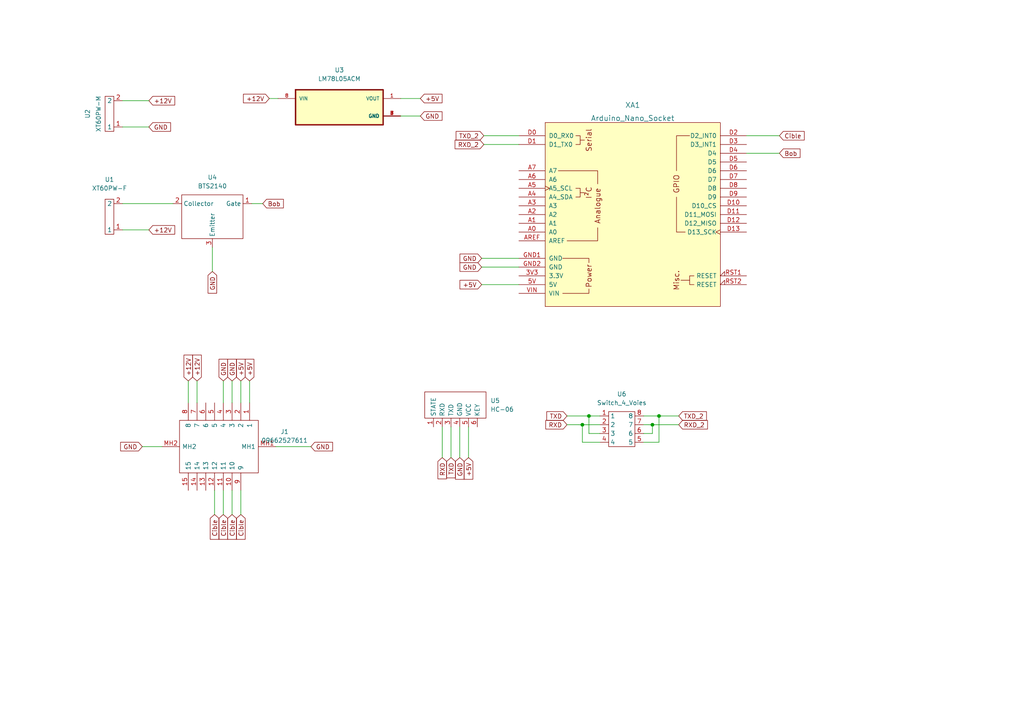
<source format=kicad_sch>
(kicad_sch (version 20211123) (generator eeschema)
  (paper "A4")
  (lib_symbols
    (symbol "simple_ae:09662527611" (pin_names (offset 0.762))
      (property "Reference" "J" (at 29.21 12.7 0))
      (property "Value" "09662527611" (at 29.21 10.16 0))
      (symbol "09662527611_0_0"
        (pin passive line (at 25.4 12.7 270) (length 5.08) (name "1") (number "1"))
        (pin passive line (at 20.32 -12.7 90) (length 5.08) (name "10") (number "10"))
        (pin passive line (at 17.78 -12.7 90) (length 5.08) (name "11") (number "11"))
        (pin passive line (at 15.24 -12.7 90) (length 5.08) (name "12") (number "12"))
        (pin passive line (at 12.7 -12.7 90) (length 5.08) (name "13") (number "13"))
        (pin passive line (at 10.16 -12.7 90) (length 5.08) (name "14") (number "14"))
        (pin passive line (at 7.62 -12.7 90) (length 5.08) (name "15") (number "15"))
        (pin passive line (at 22.86 12.7 270) (length 5.08) (name "2") (number "2"))
        (pin passive line (at 20.32 12.7 270) (length 5.08) (name "3") (number "3"))
        (pin passive line (at 17.78 12.7 270) (length 5.08) (name "4") (number "4"))
        (pin passive line (at 15.24 12.7 270) (length 5.08) (name "5") (number "5"))
        (pin passive line (at 12.7 12.7 270) (length 5.08) (name "6") (number "6"))
        (pin passive line (at 10.16 12.7 270) (length 5.08) (name "7") (number "7"))
        (pin passive line (at 7.62 12.7 270) (length 5.08) (name "8") (number "8"))
        (pin passive line (at 22.86 -12.7 90) (length 5.08) (name "9") (number "9"))
        (pin passive line (at 33.02 0 180) (length 5.08) (name "MH1") (number "MH1"))
        (pin passive line (at 0 0 0) (length 5.08) (name "MH2") (number "MH2"))
      )
      (symbol "09662527611_0_1"
        (polyline (pts (xy 5.08 7.62) (xy 27.94 7.62) (xy 27.94 -7.62) (xy 5.08 -7.62) (xy 5.08 7.62)) (stroke (width 0.1524)))
      )
    )
    (symbol "simple_ae:Arduino_Nano_Socket" (pin_names (offset 1.016))
      (property "Reference" "XA" (at 2.54 0 90))
      (property "Value" "Arduino_Nano_Socket" (at -2.54 0 90))
      (symbol "Arduino_Nano_Socket_0_0"
        (rectangle (start -25.4 26.67) (end 25.4 -26.67) (fill (type background)))
        (polyline (pts (xy -15.24 6.35) (xy -13.97 6.35)))
        (polyline (pts (xy -15.24 21.59) (xy -13.97 21.59)))
        (polyline (pts (xy 16.51 -19.05) (xy 13.97 -19.05)))
        (polyline (pts (xy -20.32 -22.86) (xy -12.7 -22.86) (xy -12.7 -21.59)))
        (polyline (pts (xy -12.7 -13.97) (xy -12.7 -12.7) (xy -20.32 -12.7)))
        (polyline (pts (xy -16.51 7.62) (xy -15.24 7.62) (xy -15.24 5.08) (xy -16.51 5.08)))
        (polyline (pts (xy -16.51 22.86) (xy -15.24 22.86) (xy -15.24 20.32) (xy -16.51 20.32)))
        (text "Analogue" (at -10.16 2.54 900) (effects (font (size 1.524 1.524))))
        (text "I²C" (at -12.7 6.35 900) (effects (font (size 1.524 1.524))))
        (text "Misc." (at 12.7 -19.05 900) (effects (font (size 1.524 1.524))))
        (text "Power" (at -12.7 -17.78 900) (effects (font (size 1.524 1.524))))
        (text "Serial" (at -12.7 21.59 900) (effects (font (size 1.524 1.524))))
      )
      (symbol "Arduino_Nano_Socket_0_1"
        (polyline (pts (xy -21.59 12.7) (xy -10.16 12.7) (xy -10.16 8.89)))
        (polyline (pts (xy -19.05 -7.62) (xy -10.16 -7.62) (xy -10.16 -3.81)))
        (polyline (pts (xy 15.24 -5.08) (xy 12.7 -5.08) (xy 12.7 5.08)))
        (polyline (pts (xy 16.51 22.86) (xy 12.7 22.86) (xy 12.7 12.7)))
        (polyline (pts (xy 17.78 -17.78) (xy 16.51 -17.78) (xy 16.51 -20.32) (xy 17.78 -20.32)))
      )
      (symbol "Arduino_Nano_Socket_1_0"
        (text "GPIO" (at 12.7 8.89 900) (effects (font (size 1.524 1.524))))
      )
      (symbol "Arduino_Nano_Socket_1_1"
        (pin power_in line (at -33.02 -17.78 0) (length 7.62) (name "3.3V") (number "3V3"))
        (pin power_in line (at -33.02 -20.32 0) (length 7.62) (name "5V") (number "5V"))
        (pin bidirectional line (at -33.02 -5.08 0) (length 7.62) (name "A0") (number "A0"))
        (pin bidirectional line (at -33.02 -2.54 0) (length 7.62) (name "A1") (number "A1"))
        (pin bidirectional line (at -33.02 0 0) (length 7.62) (name "A2") (number "A2"))
        (pin bidirectional line (at -33.02 2.54 0) (length 7.62) (name "A3") (number "A3"))
        (pin bidirectional line (at -33.02 5.08 0) (length 7.62) (name "A4_SDA") (number "A4"))
        (pin bidirectional clock (at -33.02 7.62 0) (length 7.62) (name "A5_SCL") (number "A5"))
        (pin input line (at -33.02 10.16 0) (length 7.62) (name "A6") (number "A6"))
        (pin input line (at -33.02 12.7 0) (length 7.62) (name "A7") (number "A7"))
        (pin input line (at -33.02 -7.62 0) (length 7.62) (name "AREF") (number "AREF"))
        (pin bidirectional line (at -33.02 22.86 0) (length 7.62) (name "D0_RX0") (number "D0"))
        (pin bidirectional line (at -33.02 20.32 0) (length 7.62) (name "D1_TX0") (number "D1"))
        (pin bidirectional line (at 33.02 2.54 180) (length 7.62) (name "D10_CS") (number "D10"))
        (pin bidirectional line (at 33.02 0 180) (length 7.62) (name "D11_MOSI") (number "D11"))
        (pin bidirectional line (at 33.02 -2.54 180) (length 7.62) (name "D12_MISO") (number "D12"))
        (pin bidirectional clock (at 33.02 -5.08 180) (length 7.62) (name "D13_SCK") (number "D13"))
        (pin bidirectional line (at 33.02 22.86 180) (length 7.62) (name "D2_INT0") (number "D2"))
        (pin bidirectional line (at 33.02 20.32 180) (length 7.62) (name "D3_INT1") (number "D3"))
        (pin bidirectional line (at 33.02 17.78 180) (length 7.62) (name "D4") (number "D4"))
        (pin bidirectional line (at 33.02 15.24 180) (length 7.62) (name "D5") (number "D5"))
        (pin bidirectional line (at 33.02 12.7 180) (length 7.62) (name "D6") (number "D6"))
        (pin bidirectional line (at 33.02 10.16 180) (length 7.62) (name "D7") (number "D7"))
        (pin bidirectional line (at 33.02 7.62 180) (length 7.62) (name "D8") (number "D8"))
        (pin bidirectional line (at 33.02 5.08 180) (length 7.62) (name "D9") (number "D9"))
        (pin power_in line (at -33.02 -12.7 0) (length 7.62) (name "GND") (number "GND1"))
        (pin power_in line (at -33.02 -15.24 0) (length 7.62) (name "GND") (number "GND2"))
        (pin open_collector input_low (at 33.02 -17.78 180) (length 7.62) (name "RESET") (number "RST1"))
        (pin open_collector input_low (at 33.02 -20.32 180) (length 7.62) (name "RESET") (number "RST2"))
        (pin power_in line (at -33.02 -22.86 0) (length 7.62) (name "VIN") (number "VIN"))
      )
    )
    (symbol "simple_ae:BTS2140"
      (property "Reference" "U" (at -8.89 3.81 0))
      (property "Value" "BTS2140" (at 5.08 3.81 0))
      (symbol "BTS2140_0_1"
        (rectangle (start -8.89 2.54) (end 8.89 -10.16))
      )
      (symbol "BTS2140_1_1"
        (pin input line (at -11.43 0 0) (length 2.54) (name "Gate") (number "1"))
        (pin input line (at 11.43 0 180) (length 2.54) (name "Collector") (number "2"))
        (pin input line (at 0 -12.7 90) (length 2.54) (name "Emitter") (number "3"))
      )
    )
    (symbol "simple_ae:HC-06"
      (property "Reference" "U" (at -7.62 8.89 0))
      (property "Value" "HC-06" (at 5.08 8.89 0))
      (symbol "HC-06_0_1"
        (rectangle (start -8.89 0) (end 8.89 7.62))
      )
      (symbol "HC-06_1_1"
        (pin input line (at -6.35 -2.54 90) (length 2.54) (name "STATE") (number "1"))
        (pin input line (at -3.81 -2.54 90) (length 2.54) (name "RXD") (number "2"))
        (pin input line (at -1.27 -2.54 90) (length 2.54) (name "TXD") (number "3"))
        (pin input line (at 1.27 -2.54 90) (length 2.54) (name "GND") (number "4"))
        (pin input line (at 3.81 -2.54 90) (length 2.54) (name "VCC") (number "5"))
        (pin input line (at 6.35 -2.54 90) (length 2.54) (name "KEY") (number "6"))
      )
    )
    (symbol "simple_ae:LM78L05ACM" (pin_names (offset 1.016))
      (property "Reference" "U" (at -12.7 6.0706 0))
      (property "Value" "LM78L05ACM" (at -12.7 -9.0678 0))
      (symbol "LM78L05ACM_0_0"
        (rectangle (start -12.7 -5.08) (end 12.7 5.08) (stroke (width 0.4064)) (fill (type background)))
        (pin output line (at 17.78 2.54 180) (length 5.08) (name "VOUT") (number "1"))
        (pin power_in line (at 17.78 -2.54 180) (length 5.08) (name "GND") (number "2"))
        (pin power_in line (at 17.78 -2.54 180) (length 5.08) (name "GND") (number "3"))
        (pin power_in line (at 17.78 -2.54 180) (length 5.08) (name "GND") (number "6"))
        (pin power_in line (at 17.78 -2.54 180) (length 5.08) (name "GND") (number "7"))
        (pin input line (at -17.78 2.54 0) (length 5.08) (name "VIN") (number "8"))
      )
    )
    (symbol "simple_ae:Switch_4_Voies"
      (property "Reference" "U" (at 0 8.89 0))
      (property "Value" "Switch_4_Voies" (at 0 6.35 0))
      (symbol "Switch_4_Voies_0_1"
        (rectangle (start -3.81 5.08) (end 3.81 -5.08))
      )
      (symbol "Switch_4_Voies_1_1"
        (pin input line (at -6.35 3.81 0) (length 2.54) (name "1") (number "1"))
        (pin input line (at -6.35 1.27 0) (length 2.54) (name "2") (number "2"))
        (pin input line (at -6.35 -1.27 0) (length 2.54) (name "3") (number "3"))
        (pin input line (at -6.35 -3.81 0) (length 2.54) (name "4") (number "4"))
        (pin input line (at 6.35 -3.81 180) (length 2.54) (name "5") (number "5"))
        (pin input line (at 6.35 -1.27 180) (length 2.54) (name "6") (number "6"))
        (pin input line (at 6.35 1.27 180) (length 2.54) (name "7") (number "7"))
        (pin input line (at 6.35 3.81 180) (length 2.54) (name "8") (number "8"))
      )
    )
    (symbol "simple_ae:XT60PW-F"
      (property "Reference" "U" (at 0 6.35 0))
      (property "Value" "XT60PW-F" (at 0 3.81 0))
      (symbol "XT60PW-F_0_1"
        (rectangle (start 5.08 0) (end -5.08 2.54))
      )
      (symbol "XT60PW-F_1_1"
        (pin power_in line (at -3.81 -2.54 90) (length 2.54) (name "1") (number "1"))
        (pin power_in line (at 3.81 -2.54 90) (length 2.54) (name "2") (number "2"))
      )
    )
    (symbol "simple_ae:XT60PW-M"
      (property "Reference" "U" (at 0 6.35 0))
      (property "Value" "XT60PW-M" (at 0 3.81 0))
      (symbol "XT60PW-M_0_1"
        (rectangle (start 5.08 0) (end -5.08 2.54))
      )
      (symbol "XT60PW-M_1_1"
        (pin power_in line (at -3.81 -2.54 90) (length 2.54) (name "1") (number "1"))
        (pin power_in line (at 3.81 -2.54 90) (length 2.54) (name "2") (number "2"))
      )
    )
  )
  (junction (at 168.91 123.19))
  (junction (at 170.815 120.65))
  (junction (at 191.135 120.65))
  (junction (at 189.23 123.19))
  (wire (pts (xy 191.135 128.27) (xy 186.69 128.27)))
  (wire (pts (xy 168.91 123.19) (xy 168.91 128.27)))
  (wire (pts (xy 35.56 59.055) (xy 50.165 59.055)))
  (wire (pts (xy 170.815 120.65) (xy 170.815 125.73)))
  (wire (pts (xy 67.31 110.49) (xy 67.31 116.84)))
  (wire (pts (xy 41.275 129.54) (xy 46.99 129.54)))
  (wire (pts (xy 64.77 142.24) (xy 64.77 149.225)))
  (wire (pts (xy 168.91 123.19) (xy 173.99 123.19)))
  (wire (pts (xy 62.23 142.24) (xy 62.23 149.225)))
  (wire (pts (xy 139.7 82.55) (xy 150.495 82.55)))
  (wire (pts (xy 170.815 120.65) (xy 173.99 120.65)))
  (wire (pts (xy 139.7 74.93) (xy 150.495 74.93)))
  (wire (pts (xy 72.39 110.49) (xy 72.39 116.84)))
  (wire (pts (xy 35.56 36.83) (xy 43.18 36.83)))
  (wire (pts (xy 216.535 39.37) (xy 226.06 39.37)))
  (wire (pts (xy 57.15 110.49) (xy 57.15 116.84)))
  (wire (pts (xy 216.535 44.45) (xy 226.06 44.45)))
  (wire (pts (xy 116.205 33.655) (xy 121.92 33.655)))
  (wire (pts (xy 130.81 123.825) (xy 130.81 132.715)))
  (wire (pts (xy 78.105 28.575) (xy 80.645 28.575)))
  (wire (pts (xy 140.335 39.37) (xy 150.495 39.37)))
  (wire (pts (xy 69.85 142.24) (xy 69.85 149.225)))
  (wire (pts (xy 189.23 123.19) (xy 196.85 123.19)))
  (wire (pts (xy 189.23 123.19) (xy 189.23 125.73)))
  (wire (pts (xy 170.815 125.73) (xy 173.99 125.73)))
  (wire (pts (xy 133.35 123.825) (xy 133.35 132.715)))
  (wire (pts (xy 35.56 66.675) (xy 43.18 66.675)))
  (wire (pts (xy 189.23 125.73) (xy 186.69 125.73)))
  (wire (pts (xy 69.85 110.49) (xy 69.85 116.84)))
  (wire (pts (xy 128.27 123.825) (xy 128.27 132.715)))
  (wire (pts (xy 35.56 29.21) (xy 43.18 29.21)))
  (wire (pts (xy 73.025 59.055) (xy 76.2 59.055)))
  (wire (pts (xy 64.77 110.49) (xy 64.77 116.84)))
  (wire (pts (xy 186.69 123.19) (xy 189.23 123.19)))
  (wire (pts (xy 164.465 123.19) (xy 168.91 123.19)))
  (wire (pts (xy 54.61 110.49) (xy 54.61 116.84)))
  (wire (pts (xy 164.465 120.65) (xy 170.815 120.65)))
  (wire (pts (xy 140.335 41.91) (xy 150.495 41.91)))
  (wire (pts (xy 191.135 120.65) (xy 196.85 120.65)))
  (wire (pts (xy 191.135 120.65) (xy 191.135 128.27)))
  (wire (pts (xy 80.01 129.54) (xy 90.17 129.54)))
  (wire (pts (xy 61.595 71.755) (xy 61.595 78.74)))
  (wire (pts (xy 186.69 120.65) (xy 191.135 120.65)))
  (wire (pts (xy 116.205 28.575) (xy 121.92 28.575)))
  (wire (pts (xy 67.31 142.24) (xy 67.31 149.225)))
  (wire (pts (xy 168.91 128.27) (xy 173.99 128.27)))
  (wire (pts (xy 135.89 123.825) (xy 135.89 132.715)))
  (wire (pts (xy 139.7 77.47) (xy 150.495 77.47)))
  (global_label "Cible" (shape input) (at 67.31 149.225 270) (property "Intersheet References" "${INTERSHEET_REFS}" (effects hide)))
  (global_label "+12V" (shape input) (at 54.61 110.49 90) (property "Intersheet References" "${INTERSHEET_REFS}" (effects hide)))
  (global_label "TXD" (shape input) (at 130.81 132.715 270) (property "Intersheet References" "${INTERSHEET_REFS}" (effects hide)))
  (global_label "GND" (shape input) (at 41.275 129.54 180) (property "Intersheet References" "${INTERSHEET_REFS}" (effects hide)))
  (global_label "GND" (shape input) (at 139.7 77.47 180) (property "Intersheet References" "${INTERSHEET_REFS}" (effects hide)))
  (global_label "Bob" (shape input) (at 76.2 59.055 0) (property "Intersheet References" "${INTERSHEET_REFS}" (effects hide)))
  (global_label "RXD_2" (shape input) (at 196.85 123.19 0) (property "Intersheet References" "${INTERSHEET_REFS}" (effects hide)))
  (global_label "+5V" (shape input) (at 135.89 132.715 270) (property "Intersheet References" "${INTERSHEET_REFS}" (effects hide)))
  (global_label "GND" (shape input) (at 121.92 33.655 0) (property "Intersheet References" "${INTERSHEET_REFS}" (effects hide)))
  (global_label "+5V" (shape input) (at 139.7 82.55 180) (property "Intersheet References" "${INTERSHEET_REFS}" (effects hide)))
  (global_label "TXD" (shape input) (at 164.465 120.65 180) (property "Intersheet References" "${INTERSHEET_REFS}" (effects hide)))
  (global_label "+12V" (shape input) (at 43.18 29.21 0) (property "Intersheet References" "${INTERSHEET_REFS}" (effects hide)))
  (global_label "GND" (shape input) (at 67.31 110.49 90) (property "Intersheet References" "${INTERSHEET_REFS}" (effects hide)))
  (global_label "+12V" (shape input) (at 78.105 28.575 180) (property "Intersheet References" "${INTERSHEET_REFS}" (effects hide)))
  (global_label "+5V" (shape input) (at 121.92 28.575 0) (property "Intersheet References" "${INTERSHEET_REFS}" (effects hide)))
  (global_label "RXD" (shape input) (at 128.27 132.715 270) (property "Intersheet References" "${INTERSHEET_REFS}" (effects hide)))
  (global_label "GND" (shape input) (at 139.7 74.93 180) (property "Intersheet References" "${INTERSHEET_REFS}" (effects hide)))
  (global_label "TXD_2" (shape input) (at 196.85 120.65 0) (property "Intersheet References" "${INTERSHEET_REFS}" (effects hide)))
  (global_label "GND" (shape input) (at 90.17 129.54 0) (property "Intersheet References" "${INTERSHEET_REFS}" (effects hide)))
  (global_label "GND" (shape input) (at 133.35 132.715 270) (property "Intersheet References" "${INTERSHEET_REFS}" (effects hide)))
  (global_label "+12V" (shape input) (at 43.18 66.675 0) (property "Intersheet References" "${INTERSHEET_REFS}" (effects hide)))
  (global_label "RXD_2" (shape input) (at 140.335 41.91 180) (property "Intersheet References" "${INTERSHEET_REFS}" (effects hide)))
  (global_label "Bob" (shape input) (at 226.06 44.45 0) (property "Intersheet References" "${INTERSHEET_REFS}" (effects hide)))
  (global_label "Cible" (shape input) (at 226.06 39.37 0) (property "Intersheet References" "${INTERSHEET_REFS}" (effects hide)))
  (global_label "GND" (shape input) (at 64.77 110.49 90) (property "Intersheet References" "${INTERSHEET_REFS}" (effects hide)))
  (global_label "+5V" (shape input) (at 72.39 110.49 90) (property "Intersheet References" "${INTERSHEET_REFS}" (effects hide)))
  (global_label "Cible" (shape input) (at 62.23 149.225 270) (property "Intersheet References" "${INTERSHEET_REFS}" (effects hide)))
  (global_label "TXD_2" (shape input) (at 140.335 39.37 180) (property "Intersheet References" "${INTERSHEET_REFS}" (effects hide)))
  (global_label "+5V" (shape input) (at 69.85 110.49 90) (property "Intersheet References" "${INTERSHEET_REFS}" (effects hide)))
  (global_label "+12V" (shape input) (at 57.15 110.49 90) (property "Intersheet References" "${INTERSHEET_REFS}" (effects hide)))
  (global_label "GND" (shape input) (at 61.595 78.74 270) (property "Intersheet References" "${INTERSHEET_REFS}" (effects hide)))
  (global_label "RXD" (shape input) (at 164.465 123.19 180) (property "Intersheet References" "${INTERSHEET_REFS}" (effects hide)))
  (global_label "GND" (shape input) (at 43.18 36.83 0) (property "Intersheet References" "${INTERSHEET_REFS}" (effects hide)))
  (global_label "Cible" (shape input) (at 69.85 149.225 270) (property "Intersheet References" "${INTERSHEET_REFS}" (effects hide)))
  (global_label "Cible" (shape input) (at 64.77 149.225 270) (property "Intersheet References" "${INTERSHEET_REFS}" (effects hide)))
  (symbol (lib_id "simple_ae:Switch_4_Voies") (at 180.34 124.46 0) (unit 1)
    (property "Reference" "U6" (at 180.34 114.3 0))
    (property "Value" "Switch_4_Voies" (at 180.34 116.84 0))
    (property "Footprint" "Library:DIP-8_300_ELL" (effects hide))
  )
  (symbol (lib_id "simple_ae:XT60PW-M") (at 33.02 33.02 90) (unit 1)
    (property "Reference" "U2" (at 25.4 33.02 0))
    (property "Value" "XT60PW-M" (at 28.575 33.02 0))
    (property "Footprint" "Library:XT60PW-M" (effects hide))
  )
  (symbol (lib_id "simple_ae:XT60PW-F") (at 33.02 62.865 90) (unit 1)
    (property "Reference" "U1" (at 31.75 52.07 90))
    (property "Value" "XT60PW-F" (at 31.75 54.61 90))
    (property "Footprint" "Library:XT60PW-F" (effects hide))
  )
  (symbol (lib_id "simple_ae:BTS2140") (at 61.595 59.055 0) (mirror y) (unit 1)
    (property "Reference" "U4" (at 61.595 51.435 0))
    (property "Value" "BTS2140" (at 61.595 53.975 0))
    (property "Footprint" "Library:TRANS_IPB027N10N3_G" (effects hide))
  )
  (symbol (lib_id "simple_ae:Arduino_Nano_Socket") (at 183.515 62.23 0) (unit 1)
    (property "Reference" "XA1" (at 183.515 30.48 0) (effects (font (size 1.524 1.524))))
    (property "Value" "Arduino_Nano_Socket" (at 183.515 34.29 0) (effects (font (size 1.524 1.524))))
    (property "Footprint" "Library:arduino_nano" (effects hide))
  )
  (symbol (lib_id "simple_ae:09662527611") (at 46.99 129.54 0) (unit 1)
    (property "Reference" "J1" (at 82.55 125.2093 0))
    (property "Value" "09662527611" (at 82.55 127.7493 0))
    (property "Footprint" "Library:09662527611" (effects hide))
    (property "Description" "D-Sub Standard Connectors 15P FML RA SLDR M3 FLANGE" (effects hide))
    (property "Height" "13.6" (effects hide))
    (property "Mouser Part Number" "617-09-66-252-7611" (effects hide))
    (property "Mouser Price/Stock" "https://www.mouser.co.uk/ProductDetail/HARTING/09662527611?qs=vMzbrHvTwPF9u88rGRvP%2Fw%3D%3D" (effects hide))
    (property "Manufacturer_Name" "HARTING" (effects hide))
    (property "Manufacturer_Part_Number" "09662527611" (effects hide))
  )
  (symbol (lib_id "simple_ae:HC-06") (at 132.08 121.285 0) (unit 1)
    (property "Reference" "U5" (at 142.24 116.2049 0) (effects (justify left)))
    (property "Value" "HC-06" (at 142.24 118.7449 0) (effects (justify left)))
    (property "Footprint" "Library:HC-06" (effects hide))
  )
  (symbol (lib_id "simple_ae:LM78L05ACM") (at 98.425 31.115 0) (unit 1)
    (property "Reference" "U3" (at 98.425 20.32 0))
    (property "Value" "LM78L05ACM" (at 98.425 22.86 0))
    (property "Footprint" "Library:SOIC127P599X175-8N" (effects hide))
  )
)
</source>
